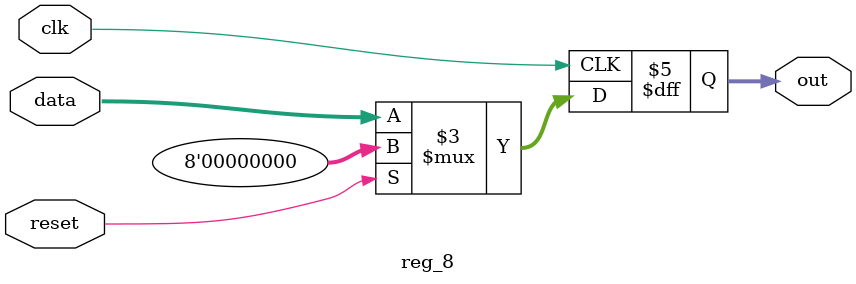
<source format=v>
module reg_8(reset, clk, data, out);

	input reset;
	input clk;
	input [7:0] data;

	output [7:0] out;
	reg [7:0] out;

	always @(posedge clk) begin
		if (reset)
			out = 0;
		else
			out = data;
	end
	
endmodule

</source>
